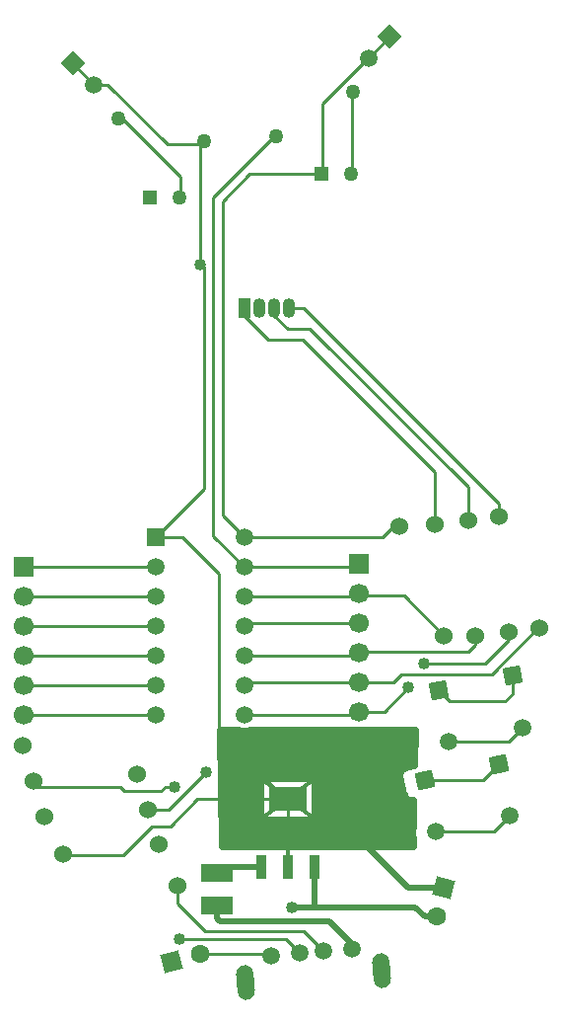
<source format=gbr>
G04 DipTrace 3.0.0.2*
G04 Bottom.gbr*
%MOMM*%
G04 #@! TF.FileFunction,Copper,L2,Bot*
G04 #@! TF.Part,Single*
%AMOUTLINE0*5,1,4,0,0,2.26276,30.00054*%
%AMOUTLINE3*5,1,4,0,0,2.26276,-30.00054*%
%AMOUTLINE6*5,1,4,0,0,2.12133,-90.0*%
%AMOUTLINE9*5,1,4,0,0,2.12133,-180.0*%
%AMOUTLINE12*5,1,4,0,0,2.12129,-124.13655*%
%AMOUTLINE15*5,1,4,0,0,2.12134,-123.01836*%
%AMOUTLINE18*
4,1,16,
-0.68573,-0.80917,
-0.58493,-1.12737,
-0.35607,-1.37033,
-0.04443,-1.4899,
0.2882,-1.46243,
0.576,-1.29337,
0.76193,-1.01617,
0.80917,-0.68573,
0.68573,0.80917,
0.58493,1.12737,
0.35607,1.37033,
0.04443,1.4899,
-0.2882,1.46243,
-0.576,1.29337,
-0.76193,1.01617,
-0.80917,0.68573,
-0.68573,-0.80917,
0*%
G04 #@! TA.AperFunction,Conductor*
%ADD13C,0.254*%
%ADD14C,0.508*%
G04 #@! TA.AperFunction,CopperBalancing*
%ADD15C,0.635*%
%ADD16C,0.3302*%
G04 #@! TA.AperFunction,ComponentPad*
%ADD17C,1.6*%
%ADD18C,1.27*%
%ADD19R,1.27X1.27*%
%ADD20O,1.05X1.7*%
%ADD21R,1.05X1.7*%
%ADD22C,1.5*%
%ADD23R,1.7X1.7*%
%ADD24C,1.7*%
%ADD25C,1.27*%
%ADD26C,1.524*%
%ADD27C,1.524*%
%ADD28R,2.7X1.6*%
G04 #@! TA.AperFunction,ComponentPad*
%ADD29C,1.5*%
%ADD30R,1.5X1.5*%
%ADD32R,0.95X2.15*%
%ADD33R,3.25X2.15*%
G04 #@! TA.AperFunction,ViaPad*
%ADD34C,1.016*%
G04 #@! TA.AperFunction,ComponentPad*
%ADD88OUTLINE0*%
%ADD91OUTLINE3*%
%ADD94OUTLINE6*%
%ADD97OUTLINE9*%
%ADD100OUTLINE12*%
%ADD103OUTLINE15*%
%ADD106OUTLINE18*%
%FSLAX35Y35*%
G04*
G71*
G90*
G75*
G01*
G04 Bottom*
%LPD*%
X3225560Y3598747D2*
D13*
X4179127D1*
X4208653Y3628273D1*
X4429430D1*
X4634727Y3833570D1*
X4765193Y4043360D2*
X5297020D1*
X5493647Y4239987D1*
Y4310880D1*
X3225560Y4614747D2*
X4179127D1*
X4208653Y4644273D1*
Y4619880D1*
X4595733D1*
X4939587Y4276027D1*
X5532404Y3934083D2*
Y3780808D1*
X5466697Y3715100D1*
X4990527D1*
X4894054Y3811573D1*
X4208653Y4390273D2*
X3255087D1*
X3225560Y4360747D1*
X4775747Y3036693D2*
X5276643D1*
X5411583Y3171633D1*
X2895217Y3111913D2*
X2572670Y2789367D1*
X2400067D1*
X4208653Y3882273D2*
X3255087D1*
X3225560Y3852747D1*
X5763493Y4342627D2*
X5745010D1*
X5350503Y3948120D1*
X4574713D1*
X4508867Y3882273D1*
X4208653D1*
X3225560Y4868747D2*
X4179127D1*
X4208653Y4898273D1*
X3502743Y8557823D2*
X3483887D1*
X2958710Y8032647D1*
Y5135597D1*
X3225560Y4868747D1*
X3598667Y2297293D2*
Y2877293D1*
Y2297293D2*
X3590567D1*
Y2540473D1*
X4210680D1*
D14*
X4637093Y2114060D1*
X4942047D1*
X4978868Y3369639D2*
D13*
X5494708D1*
X5617218Y3492149D1*
X4869163Y2596497D2*
X5370063D1*
X5505003Y2731437D1*
X1753827Y9183070D2*
X1933433Y9003463D1*
X2051387D1*
X2564000Y8490850D1*
X2855560D1*
X2879717Y8515007D1*
X2847597D1*
Y7477080D1*
X2879717Y7444960D1*
Y5538903D1*
X2463560Y5122747D1*
X2847597Y7461207D2*
Y7477080D1*
X2463560Y5122747D2*
X2693943D1*
X3006330Y4810360D1*
Y3445253D1*
X3574290Y2877293D1*
X3598667D1*
X2821333D1*
X2590547Y2646507D1*
X2431813D1*
X2182920Y2397613D1*
X1680687D1*
X1669893Y2408407D1*
X4471873Y9412100D2*
X4292267Y9232493D1*
X4288567D1*
X3899737Y8843663D1*
Y8250300D1*
X3885237Y8235800D1*
X3225560Y5122747D2*
X4415980D1*
X4542967Y5249733D1*
Y5202113D1*
X4574713D1*
X4558840Y5217987D1*
X2625370Y2984927D2*
X2548007D1*
X2511180Y2948100D1*
X2193713D1*
X2156887Y2984927D1*
X1461333D1*
X1413620Y3032640D1*
X3885237Y8235800D2*
X3272977D1*
X3038077Y8000900D1*
Y5310230D1*
X3225560Y5122747D1*
X3455607Y1535763D2*
Y1551247D1*
X2844520D1*
X3638187Y1948080D2*
D14*
X3840277D1*
X4693983D1*
X4773350Y1868713D1*
X4876307D1*
X3828667Y2297293D2*
Y1959690D1*
X3840277Y1948080D1*
X2143683Y8712227D2*
D13*
X2176983D1*
X2679337Y8209873D1*
Y8045497D1*
X2665323Y8031483D1*
X4162657Y8938823D2*
X4149210D1*
Y8245773D1*
X4139237Y8235800D1*
X2648580Y2135587D2*
Y1985287D1*
X2892140Y1741727D1*
X3735147D1*
X3904080Y1572793D1*
X1332883Y4873297D2*
X2459010D1*
X2463560Y4868747D1*
X1332883Y4619297D2*
X2459010D1*
X2463560Y4614747D1*
X2669913Y1678233D2*
X3582857D1*
X3704757Y1556333D1*
X3609400Y7090623D2*
X3733843D1*
X5416000Y5408467D1*
Y5297353D1*
X3482400Y7090623D2*
Y7021457D1*
X3596280Y6907577D1*
X3789903D1*
X5146153Y5551327D1*
Y5265607D1*
X1332883Y3603297D2*
X2459010D1*
X2463560Y3598747D1*
X1332883Y3857297D2*
X2459010D1*
X2463560Y3852747D1*
X1332883Y4111297D2*
X2459010D1*
X2463560Y4106747D1*
Y4360747D2*
X1337433D1*
X1332883Y4365297D1*
X3228400Y7090623D2*
Y7016437D1*
X3429453Y6815383D1*
X3723363D1*
X4860433Y5678313D1*
Y5233860D1*
X4153230Y1593363D2*
Y1631673D1*
D14*
X3958730Y1826173D1*
X3014047D1*
X2987380Y1852840D1*
Y1963953D1*
X3368667Y2297293D2*
X3064743D1*
X3011403Y2243953D1*
D13*
X2987380D1*
X3225560Y4106747D2*
X4179127D1*
X4208653Y4136273D1*
X5207927Y4279133D2*
Y4200373D1*
X5146153Y4138600D1*
X4210980D1*
X4208653Y4136273D1*
D34*
X4634727Y3833570D3*
X4765193Y4043360D3*
X2895217Y3111913D3*
X2847597Y7461207D3*
X2625370Y2984927D3*
X3638187Y1948080D3*
X2669913Y1678233D3*
X3029983Y3397957D2*
D15*
X4681057D1*
X3030977Y3334790D2*
X4680190D1*
X3031967Y3271623D2*
X4679197D1*
X3032837Y3208457D2*
X4678203D1*
X3033827Y3145290D2*
X4589157D1*
X3034820Y3082123D2*
X4553313D1*
X3035687Y3018957D2*
X3357480D1*
X3839857D2*
X4565220D1*
X3036680Y2955790D2*
X3357480D1*
X3839857D2*
X4578737D1*
X3037673Y2892623D2*
X3357480D1*
X3839857D2*
X4598953D1*
X3038663Y2829457D2*
X3357480D1*
X3839857D2*
X4672500D1*
X3039533Y2766290D2*
X3357480D1*
X3839857D2*
X4671507D1*
X3040523Y2703123D2*
X3357480D1*
X3839857D2*
X4670640D1*
X3041517Y2639957D2*
X4669647D1*
X3042387Y2576790D2*
X4660840D1*
X3043377Y2513623D2*
X4667663D1*
X4585767Y2952160D2*
X4560257Y3073437D1*
X4560040Y3090450D1*
X4563800Y3107047D1*
X4571330Y3122307D1*
X4582217Y3135387D1*
X4595857Y3145563D1*
X4611493Y3152277D1*
X4684093Y3167913D1*
X4688417Y3461227D1*
X3278380Y3461123D1*
X3259967Y3455430D1*
X3237123Y3451810D1*
X3213997D1*
X3191153Y3455430D1*
X3173017Y3461153D1*
X3022647Y3461123D1*
X3038080Y2476983D1*
X3718557Y2477183D1*
X4673577Y2476983D1*
X4674207Y2539327D1*
X4668807Y2561813D1*
X4666993Y2584870D1*
X4668807Y2607930D1*
X4674207Y2630417D1*
X4675917Y2636193D1*
X4679390Y2865487D1*
X4661253Y2863763D1*
X4644413Y2866210D1*
X4628607Y2872523D1*
X4614713Y2882347D1*
X4603497Y2895147D1*
X4595580Y2910207D1*
X4592357Y2921100D1*
X4585767Y2952160D1*
X3370127Y3057183D2*
X3833557D1*
Y2697403D1*
X3363777D1*
Y3057183D1*
X3370127D1*
X3363877Y3057107D2*
D16*
X3833460Y2697480D1*
Y3057107D2*
X3363877Y2697480D1*
D17*
X4876307Y1868713D3*
D88*
X4942047Y2114060D3*
D17*
X2844520Y1551247D3*
D91*
X2599173Y1485507D3*
D18*
X2665323Y8031483D3*
D19*
X2411323D3*
D18*
X4139237Y8235800D3*
D19*
X3885237D3*
D20*
X3609400Y7090623D3*
X3355400D3*
D21*
X3228400D3*
D20*
X3482400D3*
D94*
X1753827Y9183070D3*
D22*
X1933433Y9003463D3*
D97*
X4471873Y9412100D3*
D22*
X4292267Y9232493D3*
D23*
X4208653Y4898273D3*
D24*
Y4644273D3*
Y4390273D3*
Y4136273D3*
Y3882273D3*
Y3628273D3*
D23*
X1332883Y4873297D3*
D24*
Y4619297D3*
Y4365297D3*
Y4111297D3*
Y3857297D3*
Y3603297D3*
D18*
X2879717Y8515007D3*
D25*
X2143683Y8712227D3*
D18*
X3502743Y8557823D3*
D25*
X4162657Y8938823D3*
D26*
X2400067Y2789367D3*
D27*
X1413620Y3032640D3*
D26*
X4558840Y5217987D3*
D27*
X4939587Y4276027D3*
D26*
X1669893Y2408407D3*
D27*
X2648580Y2135587D3*
D26*
X2495307Y2487773D3*
D27*
X1507793Y2726667D3*
D26*
X2304827Y3090960D3*
D27*
X1319180Y3337460D3*
D28*
X2987380Y1963953D3*
Y2243953D3*
D26*
X5416000Y5297353D3*
D27*
X5763493Y4342627D3*
D26*
X5146153Y5265607D3*
D27*
X5493647Y4310880D3*
D26*
X4860433Y5233860D3*
D27*
X5207927Y4279133D3*
D100*
X4894054Y3811573D3*
D29*
X4978868Y3369639D3*
X5617218Y3492149D3*
D100*
X5532404Y3934083D3*
D103*
X4775747Y3036693D3*
D29*
X4869163Y2596497D3*
X5505003Y2731437D3*
D103*
X5411583Y3171633D3*
D30*
X2463560Y5122747D3*
D22*
Y4868747D3*
Y4614747D3*
Y4360747D3*
Y4106747D3*
Y3852747D3*
Y3598747D3*
X3225560D3*
Y3852747D3*
Y4106747D3*
Y4360747D3*
Y4614747D3*
Y4868747D3*
Y5122747D3*
D32*
X3828667Y2297293D3*
X3598667D3*
X3368667D3*
D33*
X3598667Y2877293D3*
D22*
X3704757Y1556334D3*
X3904080Y1572794D3*
X4153230Y1593364D3*
X3455607Y1535764D3*
D106*
X3238683Y1307138D3*
X4404713Y1403414D3*
M02*

</source>
